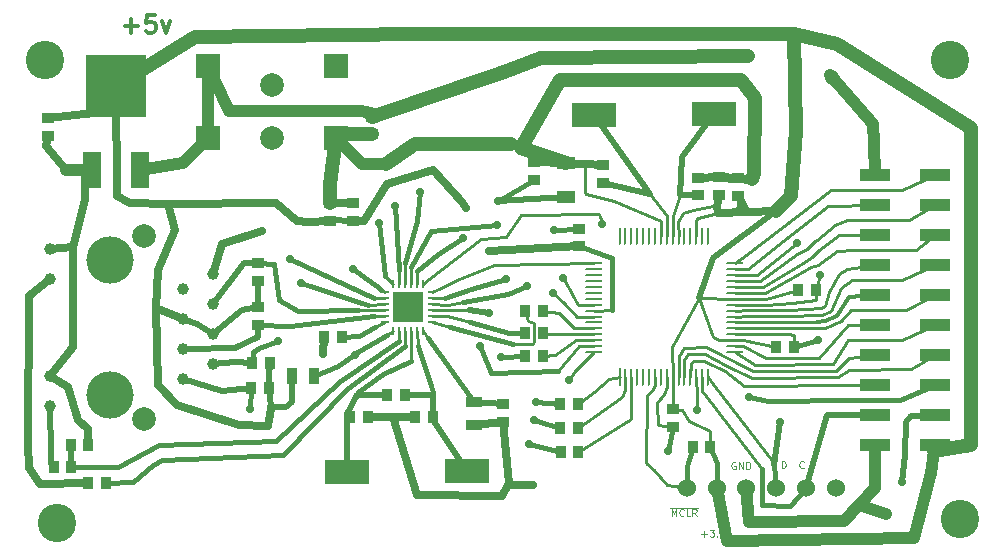
<source format=gtl>
G04 (created by PCBNEW (2013-08-24 BZR 4298)-stable) date Wed 06 Nov 2013 10:08:36 PM PST*
%MOIN*%
G04 Gerber Fmt 3.4, Leading zero omitted, Abs format*
%FSLAX34Y34*%
G01*
G70*
G90*
G04 APERTURE LIST*
%ADD10C,0.005906*%
%ADD11C,0.003937*%
%ADD12C,0.011811*%
%ADD13R,0.035400X0.039400*%
%ADD14R,0.039400X0.035400*%
%ADD15C,0.060000*%
%ADD16C,0.078700*%
%ADD17R,0.078700X0.078700*%
%ADD18C,0.039370*%
%ADD19C,0.157480*%
%ADD20C,0.078740*%
%ADD21R,0.060000X0.120000*%
%ADD22R,0.200000X0.210000*%
%ADD23R,0.055000X0.035000*%
%ADD24R,0.035000X0.055000*%
%ADD25R,0.149600X0.082700*%
%ADD26R,0.009800X0.060000*%
%ADD27O,0.009800X0.060000*%
%ADD28O,0.060000X0.009800*%
%ADD29R,0.059100X0.039400*%
%ADD30R,0.061000X0.039400*%
%ADD31R,0.100000X0.039000*%
%ADD32R,0.098400X0.098400*%
%ADD33O,0.009800X0.031500*%
%ADD34O,0.031500X0.009800*%
%ADD35C,0.023622*%
%ADD36C,0.127953*%
%ADD37C,0.027559*%
%ADD38C,0.009843*%
%ADD39C,0.019685*%
%ADD40C,0.047244*%
%ADD41C,0.039370*%
%ADD42C,0.027559*%
%ADD43C,0.015748*%
%ADD44C,0.031496*%
G04 APERTURE END LIST*
G54D10*
G54D11*
X39069Y-47386D02*
X39069Y-47150D01*
X39125Y-47150D01*
X39159Y-47161D01*
X39181Y-47183D01*
X39192Y-47206D01*
X39204Y-47251D01*
X39204Y-47285D01*
X39192Y-47330D01*
X39181Y-47352D01*
X39159Y-47375D01*
X39125Y-47386D01*
X39069Y-47386D01*
X39800Y-47363D02*
X39789Y-47375D01*
X39755Y-47386D01*
X39732Y-47386D01*
X39699Y-47375D01*
X39676Y-47352D01*
X39665Y-47330D01*
X39654Y-47285D01*
X39654Y-47251D01*
X39665Y-47206D01*
X39676Y-47183D01*
X39699Y-47161D01*
X39732Y-47150D01*
X39755Y-47150D01*
X39789Y-47161D01*
X39800Y-47172D01*
G54D12*
X17168Y-32642D02*
X17618Y-32642D01*
X17393Y-32867D02*
X17393Y-32417D01*
X18181Y-32276D02*
X17900Y-32276D01*
X17871Y-32557D01*
X17900Y-32529D01*
X17956Y-32501D01*
X18096Y-32501D01*
X18153Y-32529D01*
X18181Y-32557D01*
X18209Y-32614D01*
X18209Y-32754D01*
X18181Y-32810D01*
X18153Y-32839D01*
X18096Y-32867D01*
X17956Y-32867D01*
X17900Y-32839D01*
X17871Y-32810D01*
X18406Y-32473D02*
X18546Y-32867D01*
X18687Y-32473D01*
G54D11*
X37528Y-47192D02*
X37506Y-47181D01*
X37472Y-47181D01*
X37438Y-47192D01*
X37416Y-47215D01*
X37404Y-47237D01*
X37393Y-47282D01*
X37393Y-47316D01*
X37404Y-47361D01*
X37416Y-47384D01*
X37438Y-47406D01*
X37472Y-47417D01*
X37494Y-47417D01*
X37528Y-47406D01*
X37539Y-47395D01*
X37539Y-47316D01*
X37494Y-47316D01*
X37641Y-47417D02*
X37641Y-47181D01*
X37776Y-47417D01*
X37776Y-47181D01*
X37888Y-47417D02*
X37888Y-47181D01*
X37944Y-47181D01*
X37978Y-47192D01*
X38001Y-47215D01*
X38012Y-47237D01*
X38023Y-47282D01*
X38023Y-47316D01*
X38012Y-47361D01*
X38001Y-47384D01*
X37978Y-47406D01*
X37944Y-47417D01*
X37888Y-47417D01*
X36397Y-49579D02*
X36577Y-49579D01*
X36487Y-49669D02*
X36487Y-49489D01*
X36667Y-49433D02*
X36813Y-49433D01*
X36734Y-49523D01*
X36768Y-49523D01*
X36790Y-49534D01*
X36802Y-49546D01*
X36813Y-49568D01*
X36813Y-49624D01*
X36802Y-49647D01*
X36790Y-49658D01*
X36768Y-49669D01*
X36700Y-49669D01*
X36678Y-49658D01*
X36667Y-49647D01*
X36914Y-49647D02*
X36925Y-49658D01*
X36914Y-49669D01*
X36903Y-49658D01*
X36914Y-49647D01*
X36914Y-49669D01*
X37004Y-49433D02*
X37150Y-49433D01*
X37071Y-49523D01*
X37105Y-49523D01*
X37128Y-49534D01*
X37139Y-49546D01*
X37150Y-49568D01*
X37150Y-49624D01*
X37139Y-49647D01*
X37128Y-49658D01*
X37105Y-49669D01*
X37038Y-49669D01*
X37015Y-49658D01*
X37004Y-49647D01*
X37229Y-49512D02*
X37285Y-49669D01*
X37341Y-49512D01*
X35400Y-48976D02*
X35400Y-48740D01*
X35479Y-48909D01*
X35557Y-48740D01*
X35557Y-48976D01*
X35805Y-48954D02*
X35794Y-48965D01*
X35760Y-48976D01*
X35737Y-48976D01*
X35704Y-48965D01*
X35681Y-48943D01*
X35670Y-48920D01*
X35659Y-48875D01*
X35659Y-48841D01*
X35670Y-48796D01*
X35681Y-48774D01*
X35704Y-48751D01*
X35737Y-48740D01*
X35760Y-48740D01*
X35794Y-48751D01*
X35805Y-48763D01*
X36019Y-48976D02*
X35906Y-48976D01*
X35906Y-48740D01*
X36232Y-48976D02*
X36154Y-48864D01*
X36097Y-48976D02*
X36097Y-48740D01*
X36187Y-48740D01*
X36210Y-48751D01*
X36221Y-48763D01*
X36232Y-48785D01*
X36232Y-48819D01*
X36221Y-48841D01*
X36210Y-48853D01*
X36187Y-48864D01*
X36097Y-48864D01*
X35344Y-48700D02*
X36277Y-48700D01*
G54D13*
X15957Y-46598D03*
X15365Y-46598D03*
X15390Y-47334D03*
X14798Y-47334D03*
X36105Y-46692D03*
X36697Y-46692D03*
X16536Y-47889D03*
X15944Y-47889D03*
X21392Y-44720D03*
X21984Y-44720D03*
X21424Y-43870D03*
X22016Y-43870D03*
G54D14*
X21618Y-42607D03*
X21618Y-42015D03*
X21598Y-40542D03*
X21598Y-41134D03*
G54D13*
X31107Y-43633D03*
X30515Y-43633D03*
X31118Y-42881D03*
X30526Y-42881D03*
X31118Y-42161D03*
X30526Y-42161D03*
X25924Y-44940D03*
X26516Y-44940D03*
X32292Y-46830D03*
X31700Y-46830D03*
X32276Y-46035D03*
X31684Y-46035D03*
X32280Y-45232D03*
X31688Y-45232D03*
G54D15*
X39893Y-48035D03*
X40893Y-48037D03*
X35901Y-48035D03*
X36901Y-48037D03*
X38897Y-48037D03*
X37897Y-48035D03*
G54D14*
X36988Y-37692D03*
X36988Y-38284D03*
X36279Y-37696D03*
X36279Y-38288D03*
X33129Y-37282D03*
X33129Y-37874D03*
X37610Y-37707D03*
X37610Y-38299D03*
X30826Y-37184D03*
X30826Y-37776D03*
G54D13*
X40209Y-41433D03*
X39617Y-41433D03*
G54D14*
X32318Y-39400D03*
X32318Y-39992D03*
G54D13*
X39484Y-43342D03*
X38892Y-43342D03*
G54D14*
X14600Y-36296D03*
X14600Y-35704D03*
X35433Y-46016D03*
X35433Y-45424D03*
X25421Y-36256D03*
X25421Y-35664D03*
X24003Y-38546D03*
X24003Y-39138D03*
X24787Y-38538D03*
X24787Y-39130D03*
G54D13*
X24684Y-45688D03*
X25276Y-45688D03*
X27441Y-45681D03*
X26849Y-45681D03*
G54D14*
X29783Y-45843D03*
X29783Y-45251D03*
G54D16*
X22066Y-34606D03*
G54D17*
X19936Y-36378D03*
X19936Y-33976D03*
X24198Y-36378D03*
X24198Y-33976D03*
G54D16*
X22066Y-36378D03*
G54D18*
X14696Y-40092D03*
X14696Y-41092D03*
X14696Y-44309D03*
X14696Y-45309D03*
X19125Y-41410D03*
X19125Y-43410D03*
X19125Y-42410D03*
X19125Y-44406D03*
X20125Y-43896D03*
X20125Y-41900D03*
X20125Y-42900D03*
G54D19*
X16677Y-44950D03*
X16677Y-40450D03*
G54D20*
X17826Y-39651D03*
X17826Y-45750D03*
G54D18*
X20125Y-40900D03*
G54D21*
X16097Y-37438D03*
X17697Y-37438D03*
G54D22*
X16897Y-34638D03*
G54D23*
X28830Y-45180D03*
X28830Y-45930D03*
G54D24*
X22739Y-44303D03*
X23489Y-44303D03*
G54D25*
X32826Y-35608D03*
X36826Y-35570D03*
X28574Y-47462D03*
X24574Y-47500D03*
G54D26*
X33665Y-44346D03*
G54D27*
X33862Y-44346D03*
X34059Y-44346D03*
X34256Y-44346D03*
X34453Y-44346D03*
X34649Y-44346D03*
X34846Y-44346D03*
X35043Y-44346D03*
X35240Y-44346D03*
X35437Y-44346D03*
X35634Y-44346D03*
X35830Y-44346D03*
X36027Y-44346D03*
X36224Y-44346D03*
X36421Y-44346D03*
X36618Y-44346D03*
G54D28*
X37516Y-43511D03*
X37516Y-43314D03*
X37516Y-43117D03*
X37516Y-42920D03*
X37516Y-42723D03*
X37516Y-42527D03*
X37516Y-42330D03*
X37516Y-42133D03*
X37516Y-41936D03*
X37516Y-41739D03*
X37516Y-41542D03*
X37516Y-41346D03*
X37516Y-41149D03*
X37516Y-40952D03*
X37516Y-40755D03*
X37516Y-40558D03*
G54D27*
X36618Y-39660D03*
X36421Y-39660D03*
X36224Y-39660D03*
X36027Y-39660D03*
X35830Y-39660D03*
X35634Y-39660D03*
X35437Y-39660D03*
X35240Y-39660D03*
X35043Y-39660D03*
X34846Y-39660D03*
X34649Y-39660D03*
X34453Y-39660D03*
X34256Y-39660D03*
X34059Y-39660D03*
X33862Y-39660D03*
X33665Y-39660D03*
G54D28*
X32830Y-40558D03*
X32830Y-40755D03*
X32830Y-41149D03*
X32823Y-40952D03*
X32830Y-41346D03*
X32830Y-41542D03*
X32830Y-41739D03*
X32830Y-41936D03*
X32830Y-42133D03*
X32830Y-42330D03*
X32830Y-42524D03*
X32830Y-42721D03*
X32830Y-42918D03*
X32830Y-43115D03*
X32830Y-43311D03*
X32830Y-43508D03*
G54D29*
X31883Y-38351D03*
G54D30*
X31887Y-37199D03*
G54D31*
X42185Y-37606D03*
X44185Y-37606D03*
X42185Y-40606D03*
X44185Y-39606D03*
X44185Y-38606D03*
X42185Y-38606D03*
X42185Y-39606D03*
X42185Y-41606D03*
X44185Y-40606D03*
X44185Y-41606D03*
X44185Y-42606D03*
X44185Y-46606D03*
X44185Y-45606D03*
X44185Y-44606D03*
X44185Y-43606D03*
X42185Y-42606D03*
X42185Y-43606D03*
X42185Y-44606D03*
X42185Y-45606D03*
X42185Y-46606D03*
G54D13*
X23810Y-43015D03*
X24402Y-43015D03*
G54D32*
X26618Y-42019D03*
G54D33*
X26126Y-42806D03*
X26323Y-42806D03*
X26520Y-42806D03*
X26716Y-42806D03*
X26913Y-42806D03*
X27110Y-42806D03*
G54D34*
X27405Y-42511D03*
X27405Y-42314D03*
X27405Y-42117D03*
X27405Y-41921D03*
X27405Y-41724D03*
X27405Y-41527D03*
G54D33*
X27110Y-41232D03*
X26913Y-41232D03*
X26716Y-41232D03*
X26520Y-41232D03*
X26323Y-41232D03*
X26126Y-41232D03*
G54D34*
X25831Y-41527D03*
X25831Y-41724D03*
X25831Y-41921D03*
X25831Y-42117D03*
X25831Y-42314D03*
X25831Y-42511D03*
G54D35*
X26618Y-42019D03*
X26318Y-41719D03*
X26318Y-42319D03*
X26918Y-41719D03*
X26918Y-42319D03*
G54D36*
X14500Y-33779D03*
X44685Y-33779D03*
X45019Y-49074D03*
X14900Y-49200D03*
G54D37*
X28543Y-38716D03*
X29300Y-42200D03*
X29330Y-40153D03*
X37952Y-33661D03*
X40744Y-34385D03*
X24834Y-43602D03*
X24779Y-40755D03*
X39590Y-39870D03*
X33090Y-39240D03*
X29019Y-43311D03*
X28437Y-39708D03*
X30566Y-41304D03*
X31968Y-44429D03*
X23787Y-43562D03*
X30779Y-47940D03*
X42547Y-48905D03*
X35295Y-46799D03*
X40271Y-43110D03*
X40334Y-40948D03*
X31480Y-39437D03*
X21759Y-39488D03*
X15200Y-37444D03*
X25881Y-37251D03*
X43090Y-47834D03*
X39027Y-45846D03*
X30637Y-46586D03*
X25649Y-39208D03*
X30814Y-45787D03*
X26188Y-38641D03*
X30889Y-45165D03*
X27000Y-38192D03*
X29877Y-41062D03*
X29716Y-43681D03*
X29629Y-38488D03*
X31783Y-41031D03*
X36240Y-45452D03*
X37980Y-45019D03*
X22696Y-40425D03*
X22291Y-43153D03*
X21358Y-45409D03*
X23055Y-41204D03*
X31456Y-41543D03*
X29566Y-39271D03*
G54D38*
X36311Y-41722D02*
X36771Y-43027D01*
X36988Y-43125D02*
X37516Y-43117D01*
X36771Y-43027D02*
X36988Y-43125D01*
X35437Y-44346D02*
X35421Y-43358D01*
X35421Y-43358D02*
X36311Y-41722D01*
X36311Y-41722D02*
X36314Y-41716D01*
X37516Y-41739D02*
X36314Y-41716D01*
G54D39*
X36771Y-40389D02*
X36314Y-41716D01*
X36771Y-40389D02*
X38874Y-38807D01*
G54D38*
X36697Y-46692D02*
X36681Y-46129D01*
X35748Y-45452D02*
X35433Y-45424D01*
X35964Y-45807D02*
X35748Y-45452D01*
X36681Y-46129D02*
X35964Y-45807D01*
G54D40*
X45385Y-36059D02*
X40914Y-33250D01*
X40914Y-33250D02*
X39488Y-32913D01*
X44155Y-46823D02*
X45393Y-46618D01*
X45393Y-46618D02*
X45385Y-36059D01*
G54D41*
X36901Y-48037D02*
X37244Y-49803D01*
X44055Y-47551D02*
X44155Y-46823D01*
X43492Y-49720D02*
X44055Y-47551D01*
X37244Y-49803D02*
X43492Y-49720D01*
G54D42*
X44155Y-46823D02*
X44185Y-46606D01*
G54D40*
X39551Y-36149D02*
X39389Y-38326D01*
X39389Y-38326D02*
X38874Y-38807D01*
X39488Y-32913D02*
X39551Y-36149D01*
G54D42*
X38874Y-38807D02*
X37927Y-38840D01*
G54D40*
X19500Y-33000D02*
X26881Y-32901D01*
X26881Y-32901D02*
X30885Y-32913D01*
X30885Y-32913D02*
X39488Y-32913D01*
X16897Y-34638D02*
X19500Y-33000D01*
G54D42*
X37610Y-38299D02*
X37927Y-38840D01*
X36921Y-38669D02*
X36988Y-38284D01*
X37927Y-38840D02*
X36952Y-38874D01*
X36952Y-38874D02*
X36921Y-38669D01*
G54D38*
X37610Y-38299D02*
X37604Y-38708D01*
X36225Y-39102D02*
X36225Y-39633D01*
X36271Y-39047D02*
X36225Y-39102D01*
X37604Y-38708D02*
X36271Y-39047D01*
G54D43*
X36697Y-46692D02*
X36901Y-47204D01*
X36901Y-47204D02*
X36901Y-48037D01*
G54D38*
X35437Y-44346D02*
X35433Y-45424D01*
X37516Y-43117D02*
X37795Y-43110D01*
X37795Y-43110D02*
X38892Y-43342D01*
X37516Y-41739D02*
X38562Y-41732D01*
X38562Y-41732D02*
X39625Y-41448D01*
G54D43*
X32318Y-39992D02*
X33417Y-40389D01*
X33417Y-40389D02*
X33421Y-42122D01*
G54D42*
X29330Y-40153D02*
X32318Y-39992D01*
X28399Y-38512D02*
X28543Y-38716D01*
X24787Y-39130D02*
X25157Y-39133D01*
X27448Y-37440D02*
X27484Y-37481D01*
X27484Y-37481D02*
X28399Y-38512D01*
X25921Y-37921D02*
X27448Y-37440D01*
X25157Y-39133D02*
X25921Y-37921D01*
G54D38*
X36988Y-38284D02*
X36960Y-38610D01*
X35629Y-39181D02*
X35783Y-38862D01*
X35783Y-38862D02*
X36106Y-38771D01*
X35634Y-39660D02*
X35629Y-39181D01*
X36960Y-38610D02*
X36106Y-38771D01*
X32830Y-42133D02*
X33421Y-42122D01*
X27405Y-42117D02*
X28645Y-42114D01*
G54D39*
X28645Y-42114D02*
X29300Y-42200D01*
G54D38*
X29330Y-40153D02*
X29263Y-40086D01*
G54D39*
X22045Y-45347D02*
X22532Y-45345D01*
X22532Y-45345D02*
X22732Y-45169D01*
X22732Y-45169D02*
X22739Y-44303D01*
G54D42*
X18208Y-42059D02*
X18271Y-44625D01*
X18271Y-44625D02*
X18901Y-45283D01*
X18901Y-45283D02*
X20966Y-45946D01*
X20966Y-45946D02*
X21942Y-45989D01*
X21942Y-45989D02*
X22051Y-45405D01*
X22051Y-45405D02*
X22045Y-45347D01*
G54D39*
X22045Y-45347D02*
X21984Y-44720D01*
G54D42*
X18598Y-38566D02*
X22200Y-38535D01*
X23295Y-39177D02*
X24003Y-39138D01*
X22200Y-38535D02*
X22905Y-39145D01*
X22905Y-39145D02*
X23295Y-39177D01*
X16897Y-34638D02*
X16905Y-38295D01*
X16905Y-38295D02*
X17354Y-38551D01*
X17354Y-38551D02*
X18598Y-38566D01*
X18208Y-42059D02*
X19125Y-42410D01*
X18283Y-40783D02*
X18208Y-42059D01*
X18598Y-38566D02*
X18854Y-39433D01*
X18854Y-39433D02*
X18283Y-40783D01*
X14600Y-35704D02*
X16141Y-35551D01*
X16141Y-35551D02*
X16897Y-34638D01*
G54D39*
X21618Y-42015D02*
X21598Y-41134D01*
X21984Y-44720D02*
X21988Y-44311D01*
X21988Y-44311D02*
X22016Y-43870D01*
X20125Y-42900D02*
X21078Y-42098D01*
X21078Y-42098D02*
X21618Y-42015D01*
X20125Y-42900D02*
X19596Y-42593D01*
X19596Y-42593D02*
X19125Y-42410D01*
X24003Y-39138D02*
X24031Y-39110D01*
X24031Y-39110D02*
X24787Y-39130D01*
G54D40*
X29830Y-34187D02*
X31043Y-33704D01*
X31043Y-33704D02*
X37952Y-33661D01*
X40744Y-34385D02*
X40760Y-34350D01*
X25421Y-35664D02*
X29830Y-34187D01*
G54D42*
X29830Y-34187D02*
X29897Y-34165D01*
G54D41*
X25421Y-35664D02*
X25519Y-35566D01*
X25519Y-35566D02*
X25043Y-35492D01*
X19936Y-33976D02*
X20637Y-35492D01*
X42149Y-36555D02*
X42185Y-37606D01*
X40760Y-34350D02*
X42126Y-35928D01*
X42126Y-35928D02*
X42149Y-36555D01*
X40683Y-34288D02*
X40760Y-34350D01*
X20637Y-35492D02*
X25043Y-35492D01*
X19936Y-36378D02*
X19936Y-33976D01*
X17697Y-37438D02*
X19116Y-37198D01*
X19116Y-37198D02*
X19936Y-36378D01*
G54D38*
X25831Y-41527D02*
X25700Y-41431D01*
G54D43*
X25700Y-41431D02*
X25600Y-41358D01*
X24810Y-43587D02*
X24810Y-43584D01*
X24834Y-43602D02*
X24810Y-43587D01*
X25600Y-41358D02*
X24779Y-40755D01*
G54D38*
X26126Y-42806D02*
X25913Y-42932D01*
G54D43*
X25913Y-42932D02*
X24810Y-43584D01*
X24810Y-43584D02*
X24841Y-43562D01*
X24271Y-43976D02*
X23489Y-44303D01*
X24841Y-43562D02*
X24271Y-43976D01*
G54D38*
X32830Y-43115D02*
X32212Y-43114D01*
X31519Y-43606D02*
X31107Y-43633D01*
X32212Y-43114D02*
X31519Y-43606D01*
X37516Y-40952D02*
X38236Y-40951D01*
X30385Y-38933D02*
X32968Y-38925D01*
X29866Y-39669D02*
X30385Y-38933D01*
X32968Y-38925D02*
X33067Y-39162D01*
X29035Y-39744D02*
X29866Y-39669D01*
X27318Y-41071D02*
X29035Y-39744D01*
X27110Y-41232D02*
X27318Y-41071D01*
X38236Y-40951D02*
X39590Y-39870D01*
X33090Y-39240D02*
X33067Y-39162D01*
X33067Y-39162D02*
X33067Y-39162D01*
X27405Y-41527D02*
X27724Y-41371D01*
X29496Y-40598D02*
X32830Y-40558D01*
X28232Y-41122D02*
X29496Y-40598D01*
X27724Y-41371D02*
X28232Y-41122D01*
X32830Y-43311D02*
X32318Y-43307D01*
X32318Y-43307D02*
X31618Y-44141D01*
G54D43*
X31618Y-44141D02*
X29370Y-44220D01*
X29370Y-44220D02*
X29019Y-43311D01*
X28437Y-39708D02*
X27598Y-40259D01*
G54D38*
X26917Y-40811D02*
X26913Y-41232D01*
G54D43*
X26917Y-40811D02*
X27598Y-40259D01*
G54D38*
X32830Y-42918D02*
X31377Y-42917D01*
X31377Y-42917D02*
X31118Y-42881D01*
X32830Y-42721D02*
X32157Y-42728D01*
X31637Y-42196D02*
X31118Y-42161D01*
X32157Y-42728D02*
X31637Y-42196D01*
X32830Y-43508D02*
X32629Y-43708D01*
X32629Y-43708D02*
X32185Y-44151D01*
X31968Y-44429D02*
X32191Y-44156D01*
X32185Y-44151D02*
X32191Y-44156D01*
X27405Y-41921D02*
X27960Y-41933D01*
X27960Y-41933D02*
X28444Y-41834D01*
G54D43*
X28444Y-41834D02*
X29952Y-41566D01*
X29952Y-41566D02*
X30566Y-41304D01*
G54D38*
X30566Y-41304D02*
X30574Y-41298D01*
X33862Y-44346D02*
X33858Y-44783D01*
X33740Y-45019D02*
X32276Y-46035D01*
X33858Y-44783D02*
X33740Y-45019D01*
X34059Y-44346D02*
X34059Y-45129D01*
X34059Y-45751D02*
X32292Y-46830D01*
X34059Y-45129D02*
X34059Y-45751D01*
X33665Y-44346D02*
X33303Y-44406D01*
X33303Y-44406D02*
X32811Y-44838D01*
X32811Y-44838D02*
X32280Y-45232D01*
X37516Y-41936D02*
X38543Y-41929D01*
X38543Y-41929D02*
X39429Y-41889D01*
G54D42*
X23810Y-43015D02*
X23787Y-43562D01*
X37610Y-37707D02*
X36988Y-37692D01*
X29941Y-47941D02*
X30779Y-47940D01*
G54D41*
X41648Y-48621D02*
X42547Y-48905D01*
G54D43*
X35433Y-46016D02*
X35295Y-46799D01*
G54D41*
X37897Y-48035D02*
X37992Y-49173D01*
X41145Y-49153D02*
X41648Y-48621D01*
X37992Y-49173D02*
X41145Y-49153D01*
X42195Y-48042D02*
X42185Y-46606D01*
X41648Y-48621D02*
X42195Y-48042D01*
G54D42*
X26122Y-45688D02*
X26901Y-48267D01*
X26901Y-48267D02*
X29736Y-48299D01*
X29736Y-48299D02*
X29941Y-47941D01*
X29941Y-47941D02*
X29968Y-47893D01*
X29968Y-47893D02*
X29783Y-45843D01*
G54D38*
X35240Y-44346D02*
X35236Y-44665D01*
X35236Y-44665D02*
X35137Y-44901D01*
X35137Y-44901D02*
X34929Y-45200D01*
X34929Y-45200D02*
X34933Y-45952D01*
X34933Y-45952D02*
X35433Y-46016D01*
G54D43*
X39484Y-43342D02*
X40271Y-43110D01*
G54D38*
X37516Y-42920D02*
X37897Y-42920D01*
X37897Y-42920D02*
X38251Y-42921D01*
X38251Y-42921D02*
X38645Y-42921D01*
X38645Y-42921D02*
X39295Y-42921D01*
X39295Y-42921D02*
X39488Y-42933D01*
X39488Y-42933D02*
X39484Y-43342D01*
X40209Y-41433D02*
X40334Y-40948D01*
X40200Y-41767D02*
X40209Y-41433D01*
X39425Y-41890D02*
X40200Y-41767D01*
G54D40*
X30375Y-36713D02*
X31677Y-34448D01*
G54D44*
X38090Y-37736D02*
X36988Y-37692D01*
G54D40*
X38161Y-37586D02*
X38156Y-37587D01*
X38156Y-37587D02*
X38090Y-37736D01*
X38169Y-35059D02*
X38161Y-37586D01*
X37716Y-34429D02*
X38169Y-35059D01*
X31677Y-34448D02*
X37716Y-34429D01*
X25881Y-37251D02*
X26862Y-36562D01*
G54D42*
X30051Y-36586D02*
X30375Y-36713D01*
G54D40*
X26862Y-36562D02*
X30051Y-36586D01*
X30375Y-36713D02*
X31887Y-37199D01*
G54D38*
X35043Y-39660D02*
X35043Y-39141D01*
X35043Y-39141D02*
X33484Y-38464D01*
X33484Y-38464D02*
X32562Y-38239D01*
X32562Y-38239D02*
X32519Y-38208D01*
X32519Y-38208D02*
X32519Y-37322D01*
X32401Y-37303D02*
X31887Y-37199D01*
X32519Y-37322D02*
X32401Y-37303D01*
G54D42*
X36279Y-37696D02*
X36988Y-37692D01*
X31887Y-37199D02*
X30826Y-37184D01*
X33129Y-37282D02*
X31887Y-37199D01*
G54D43*
X32318Y-39400D02*
X31480Y-39437D01*
G54D42*
X24787Y-38538D02*
X24003Y-38546D01*
G54D40*
X24003Y-38546D02*
X24000Y-37900D01*
X24000Y-37900D02*
X24198Y-36378D01*
G54D42*
X29783Y-45843D02*
X28830Y-45930D01*
X15957Y-46598D02*
X15940Y-46090D01*
X15940Y-46090D02*
X15610Y-45771D01*
X15610Y-45771D02*
X15291Y-44681D01*
X15291Y-44681D02*
X14696Y-44309D01*
X26849Y-45681D02*
X26198Y-45682D01*
X26198Y-45682D02*
X26122Y-45688D01*
X26122Y-45688D02*
X25276Y-45688D01*
X20125Y-40900D02*
X20417Y-39909D01*
X20417Y-39909D02*
X21759Y-39488D01*
X15200Y-37444D02*
X14562Y-36653D01*
X14562Y-36653D02*
X14600Y-36296D01*
X14696Y-44309D02*
X15433Y-43340D01*
X15433Y-43340D02*
X15433Y-40015D01*
G54D41*
X16097Y-37438D02*
X16087Y-37448D01*
X16087Y-37448D02*
X15200Y-37444D01*
X24198Y-36378D02*
X24216Y-36378D01*
X25090Y-37251D02*
X25881Y-37251D01*
X24216Y-36378D02*
X25090Y-37251D01*
G54D40*
X25421Y-36256D02*
X24320Y-36256D01*
G54D39*
X24320Y-36256D02*
X24198Y-36378D01*
X16097Y-37438D02*
X15860Y-37438D01*
X14696Y-40082D02*
X14696Y-40092D01*
G54D42*
X15433Y-40015D02*
X14696Y-40082D01*
X15862Y-38456D02*
X15433Y-40015D01*
X15860Y-37438D02*
X15862Y-38456D01*
G54D39*
X14798Y-47334D02*
X14716Y-47252D01*
X14716Y-47252D02*
X14712Y-46866D01*
X14712Y-46866D02*
X14696Y-45309D01*
X39893Y-48035D02*
X40570Y-45610D01*
X40570Y-45610D02*
X42185Y-45606D01*
G54D38*
X36421Y-44346D02*
X36417Y-44803D01*
X36417Y-44803D02*
X36535Y-44980D01*
X36535Y-44980D02*
X38401Y-47425D01*
G54D43*
X38401Y-47425D02*
X38409Y-48625D01*
X38409Y-48625D02*
X39354Y-48629D01*
X39354Y-48629D02*
X39893Y-48035D01*
G54D39*
X38807Y-47277D02*
X39027Y-45846D01*
X43393Y-45661D02*
X44185Y-45606D01*
X43200Y-45854D02*
X43393Y-45661D01*
X43185Y-46933D02*
X43200Y-45854D01*
X43090Y-47834D02*
X43185Y-46933D01*
G54D38*
X36618Y-44346D02*
X36787Y-44567D01*
X36787Y-44567D02*
X38799Y-47208D01*
G54D43*
X38799Y-47208D02*
X38807Y-47277D01*
X38807Y-47277D02*
X38897Y-48037D01*
G54D39*
X28830Y-45180D02*
X29783Y-45251D01*
G54D38*
X27110Y-42806D02*
X27279Y-43040D01*
G54D43*
X27279Y-43040D02*
X28830Y-45180D01*
X31700Y-46830D02*
X30637Y-46586D01*
X25649Y-39208D02*
X25846Y-40980D01*
G54D38*
X25846Y-40980D02*
X26126Y-41232D01*
G54D43*
X31684Y-46035D02*
X30814Y-45787D01*
X26188Y-38641D02*
X26311Y-40787D01*
G54D38*
X26311Y-40787D02*
X26323Y-41232D01*
G54D43*
X31688Y-45232D02*
X30889Y-45165D01*
X27000Y-38192D02*
X26925Y-39149D01*
X26925Y-39149D02*
X26527Y-40547D01*
X26527Y-40547D02*
X26527Y-40546D01*
G54D38*
X26520Y-41232D02*
X26527Y-40546D01*
X26527Y-40546D02*
X26527Y-40525D01*
X25831Y-42511D02*
X25511Y-42689D01*
G54D43*
X25511Y-42689D02*
X24988Y-42980D01*
X24988Y-42980D02*
X24402Y-43015D01*
G54D39*
X15390Y-47334D02*
X15365Y-46598D01*
G54D43*
X15390Y-47334D02*
X16948Y-47330D01*
X26314Y-43153D02*
X24330Y-44500D01*
X24330Y-44500D02*
X22220Y-46480D01*
X22220Y-46480D02*
X18300Y-46600D01*
X18300Y-46600D02*
X16948Y-47330D01*
G54D38*
X26314Y-43153D02*
X26323Y-42806D01*
G54D43*
X16536Y-47889D02*
X17444Y-47850D01*
X26522Y-43295D02*
X24590Y-44745D01*
X24590Y-44745D02*
X22440Y-46948D01*
G54D38*
X26522Y-43295D02*
X26520Y-42806D01*
G54D43*
X18400Y-47100D02*
X22440Y-46948D01*
X18106Y-47279D02*
X18400Y-47100D01*
X17444Y-47850D02*
X18106Y-47279D01*
G54D39*
X25924Y-44940D02*
X24898Y-44940D01*
G54D38*
X24574Y-45692D02*
X24684Y-45688D01*
X26716Y-42806D02*
X26704Y-43795D01*
G54D43*
X25795Y-44255D02*
X24948Y-44838D01*
X26704Y-43795D02*
X25795Y-44255D01*
X24948Y-44838D02*
X24898Y-44940D01*
G54D39*
X24583Y-45582D02*
X24574Y-45692D01*
X24898Y-44940D02*
X24583Y-45582D01*
X24574Y-45692D02*
X24574Y-47500D01*
G54D38*
X27405Y-42314D02*
X27900Y-42308D01*
X27900Y-42308D02*
X28300Y-42400D01*
X28300Y-42400D02*
X28692Y-42523D01*
G54D43*
X28692Y-42523D02*
X29992Y-42878D01*
X29992Y-42878D02*
X30526Y-42881D01*
G54D38*
X27405Y-42511D02*
X28027Y-42692D01*
G54D43*
X28027Y-42692D02*
X30098Y-43232D01*
G54D38*
X30098Y-43232D02*
X30765Y-43242D01*
X30765Y-43242D02*
X30826Y-43134D01*
X30826Y-43134D02*
X30830Y-42559D01*
X30830Y-42559D02*
X30625Y-42484D01*
X30625Y-42484D02*
X30526Y-42161D01*
G54D39*
X26516Y-44940D02*
X27440Y-44940D01*
X27440Y-44940D02*
X27440Y-44940D01*
G54D38*
X27441Y-45681D02*
X27525Y-45869D01*
X26913Y-42806D02*
X26960Y-43303D01*
G54D43*
X26960Y-43303D02*
X27440Y-44847D01*
X27440Y-44847D02*
X27440Y-44940D01*
G54D39*
X27448Y-45751D02*
X27525Y-45869D01*
X27440Y-44940D02*
X27448Y-45751D01*
X27525Y-45869D02*
X28574Y-47462D01*
X33129Y-37874D02*
X34669Y-38244D01*
G54D38*
X35240Y-39660D02*
X35244Y-38984D01*
X35244Y-38984D02*
X34669Y-38244D01*
G54D39*
X34669Y-38244D02*
X32826Y-35608D01*
G54D38*
X27405Y-41724D02*
X27862Y-41728D01*
G54D43*
X27862Y-41728D02*
X28708Y-41425D01*
X28708Y-41425D02*
X29877Y-41062D01*
X29716Y-43681D02*
X30515Y-43633D01*
X29629Y-38488D02*
X30826Y-37776D01*
G54D38*
X31838Y-41129D02*
X31783Y-41031D01*
X32295Y-41933D02*
X31838Y-41129D01*
X32830Y-41936D02*
X32295Y-41933D01*
G54D39*
X29629Y-38488D02*
X31883Y-38351D01*
X36279Y-38288D02*
X35696Y-38287D01*
X35696Y-38287D02*
X35696Y-38287D01*
G54D38*
X35437Y-39660D02*
X35437Y-38980D01*
X35437Y-38980D02*
X35696Y-38287D01*
G54D39*
X35696Y-38287D02*
X35759Y-37000D01*
X35759Y-37000D02*
X36826Y-35570D01*
G54D38*
X44185Y-40606D02*
X43082Y-41102D01*
X43082Y-41102D02*
X41413Y-41102D01*
X41413Y-41102D02*
X41039Y-41381D01*
X41039Y-41381D02*
X40708Y-42137D01*
X40708Y-42137D02*
X40409Y-42283D01*
X40409Y-42283D02*
X39188Y-42318D01*
X39188Y-42318D02*
X38251Y-42318D01*
X37940Y-42323D02*
X37516Y-42330D01*
X38251Y-42318D02*
X37940Y-42323D01*
X37516Y-42133D02*
X37948Y-42124D01*
X38267Y-42118D02*
X39338Y-42110D01*
X40377Y-42055D02*
X40499Y-41974D01*
X39338Y-42110D02*
X40377Y-42055D01*
X40499Y-41974D02*
X40645Y-41507D01*
X40645Y-41507D02*
X40964Y-40925D01*
X40964Y-40925D02*
X41251Y-40748D01*
X41251Y-40748D02*
X42185Y-40606D01*
X37948Y-42124D02*
X38267Y-42118D01*
X37516Y-41542D02*
X38523Y-41535D01*
X43539Y-40102D02*
X44185Y-39606D01*
X41468Y-40110D02*
X43539Y-40102D01*
X40047Y-40688D02*
X40289Y-40611D01*
X40289Y-40611D02*
X40918Y-40133D01*
X40918Y-40133D02*
X41468Y-40110D01*
X38523Y-41535D02*
X40047Y-40688D01*
X42185Y-39606D02*
X40992Y-39614D01*
X38452Y-41346D02*
X37516Y-41346D01*
X39771Y-40546D02*
X38452Y-41346D01*
X40992Y-39614D02*
X40328Y-40121D01*
X40328Y-40121D02*
X40082Y-40354D01*
X40082Y-40354D02*
X39771Y-40546D01*
X37516Y-41149D02*
X38346Y-41141D01*
X43318Y-39102D02*
X44185Y-38606D01*
X41244Y-39110D02*
X43318Y-39102D01*
X40858Y-39271D02*
X41244Y-39110D01*
X40236Y-39763D02*
X40858Y-39271D01*
X38346Y-41141D02*
X39583Y-40247D01*
X39583Y-40247D02*
X39929Y-40062D01*
X39929Y-40062D02*
X40179Y-39805D01*
X40179Y-39805D02*
X40236Y-39763D01*
X36224Y-44346D02*
X36236Y-44984D01*
X36236Y-44984D02*
X36240Y-45452D01*
G54D43*
X41334Y-45098D02*
X43011Y-45106D01*
X38610Y-45129D02*
X41334Y-45098D01*
X37980Y-45019D02*
X38610Y-45129D01*
X43011Y-45106D02*
X44185Y-44606D01*
G54D38*
X36027Y-44346D02*
X36031Y-43870D01*
X36031Y-43870D02*
X36145Y-43795D01*
X36145Y-43795D02*
X36496Y-43807D01*
X36496Y-43807D02*
X37194Y-44149D01*
X37801Y-44632D02*
X41346Y-44625D01*
X37194Y-44149D02*
X37801Y-44632D01*
X41346Y-44625D02*
X42185Y-44606D01*
X35830Y-44346D02*
X35830Y-43763D01*
X43393Y-44094D02*
X44185Y-43606D01*
X41307Y-44098D02*
X43393Y-44094D01*
X37177Y-43929D02*
X38064Y-44383D01*
X38064Y-44383D02*
X40960Y-44358D01*
X40960Y-44358D02*
X41307Y-44098D01*
X36511Y-43586D02*
X37177Y-43929D01*
X35940Y-43582D02*
X36511Y-43586D01*
X35830Y-43763D02*
X35940Y-43582D01*
X35634Y-44346D02*
X35633Y-43637D01*
X35633Y-43637D02*
X35803Y-43370D01*
X35803Y-43370D02*
X36555Y-43358D01*
X36555Y-43358D02*
X38129Y-44161D01*
X38129Y-44161D02*
X40893Y-44149D01*
X41307Y-43713D02*
X42185Y-43606D01*
X40893Y-44149D02*
X41307Y-43713D01*
X44185Y-42606D02*
X43086Y-43106D01*
X43086Y-43106D02*
X41287Y-43098D01*
X41287Y-43098D02*
X40795Y-43909D01*
X40795Y-43909D02*
X38177Y-43940D01*
X38177Y-43940D02*
X37516Y-43511D01*
X37516Y-43314D02*
X37795Y-43307D01*
X37795Y-43307D02*
X38559Y-43708D01*
X38559Y-43708D02*
X40314Y-43700D01*
X40314Y-43700D02*
X41283Y-42614D01*
X41283Y-42614D02*
X42185Y-42606D01*
X37516Y-42723D02*
X37874Y-42721D01*
X37874Y-42721D02*
X39547Y-42712D01*
X39547Y-42712D02*
X40519Y-42712D01*
X40519Y-42712D02*
X41043Y-42488D01*
X41043Y-42488D02*
X41389Y-42098D01*
X41389Y-42098D02*
X43216Y-42098D01*
X43216Y-42098D02*
X44185Y-41606D01*
X37516Y-42527D02*
X37905Y-42525D01*
X37905Y-42525D02*
X40255Y-42511D01*
G54D12*
X41322Y-41677D02*
X42185Y-41606D01*
X40909Y-42295D02*
X41322Y-41677D01*
X40503Y-42488D02*
X40909Y-42295D01*
X40255Y-42511D02*
X40503Y-42488D01*
G54D38*
X37516Y-40755D02*
X37952Y-40755D01*
X40610Y-38629D02*
X42185Y-38606D01*
X39111Y-39805D02*
X40610Y-38629D01*
X37952Y-40755D02*
X39111Y-39805D01*
X44185Y-37606D02*
X43086Y-38102D01*
X37877Y-40283D02*
X37516Y-40558D01*
X40728Y-38118D02*
X37877Y-40283D01*
X43086Y-38102D02*
X40728Y-38118D01*
G54D43*
X21598Y-40542D02*
X22141Y-40578D01*
X22141Y-40578D02*
X22329Y-41770D01*
X24960Y-42125D02*
X22948Y-42129D01*
X22948Y-42129D02*
X22329Y-41770D01*
G54D38*
X24960Y-42125D02*
X25831Y-42117D01*
G54D39*
X21598Y-40542D02*
X21141Y-40543D01*
X21141Y-40543D02*
X20125Y-41900D01*
G54D38*
X25831Y-42314D02*
X25496Y-42318D01*
G54D43*
X25496Y-42318D02*
X22665Y-42629D01*
X22665Y-42629D02*
X21618Y-42607D01*
G54D39*
X19256Y-43401D02*
X20850Y-43376D01*
X20850Y-43376D02*
X21610Y-43011D01*
X21610Y-43011D02*
X21618Y-42607D01*
G54D43*
X21424Y-43870D02*
X21440Y-43519D01*
G54D38*
X25488Y-41724D02*
X25831Y-41724D01*
G54D43*
X22696Y-40425D02*
X25488Y-41724D01*
X21649Y-43393D02*
X22291Y-43153D01*
X21440Y-43519D02*
X21649Y-43393D01*
G54D39*
X20125Y-43896D02*
X20858Y-43858D01*
X20858Y-43858D02*
X21424Y-43870D01*
G54D38*
X25831Y-41921D02*
X25291Y-41929D01*
G54D43*
X21358Y-45409D02*
X21392Y-44720D01*
X25291Y-41929D02*
X23055Y-41204D01*
G54D39*
X19125Y-44406D02*
X20421Y-44818D01*
X20421Y-44818D02*
X21392Y-44720D01*
G54D42*
X15944Y-47889D02*
X14358Y-47901D01*
X14358Y-47901D02*
X13988Y-47370D01*
X13988Y-47370D02*
X13948Y-46531D01*
X13948Y-46531D02*
X13968Y-41645D01*
X13968Y-41645D02*
X14696Y-41092D01*
G54D43*
X27366Y-39468D02*
X29566Y-39271D01*
X26720Y-40677D02*
X27366Y-39468D01*
G54D38*
X26716Y-41232D02*
X26720Y-40677D01*
X31456Y-41543D02*
X31815Y-41874D01*
X32830Y-42330D02*
X32251Y-42330D01*
X32251Y-42330D02*
X31815Y-41874D01*
X31815Y-41874D02*
X31799Y-41858D01*
X34846Y-44346D02*
X34842Y-44625D01*
X34842Y-44625D02*
X34763Y-44822D01*
X34763Y-44822D02*
X34574Y-44929D01*
X34574Y-44929D02*
X34574Y-44929D01*
X34574Y-44929D02*
X34562Y-47212D01*
X34562Y-47212D02*
X34803Y-47433D01*
X34803Y-47433D02*
X35240Y-47948D01*
X35240Y-47948D02*
X35901Y-48035D01*
G54D43*
X35901Y-48035D02*
X35901Y-47303D01*
X35901Y-47303D02*
X36105Y-46692D01*
M02*

</source>
